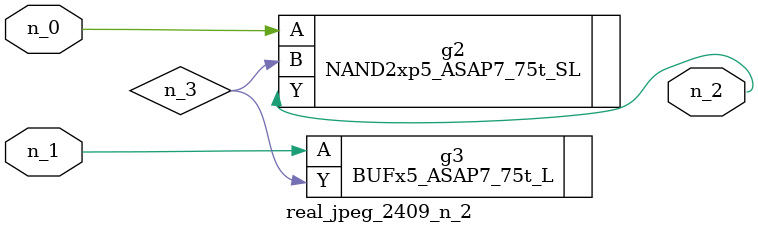
<source format=v>
module real_jpeg_2409_n_2 (n_1, n_0, n_2);

input n_1;
input n_0;

output n_2;

wire n_3;

NAND2xp5_ASAP7_75t_SL g2 ( 
.A(n_0),
.B(n_3),
.Y(n_2)
);

BUFx5_ASAP7_75t_L g3 ( 
.A(n_1),
.Y(n_3)
);


endmodule
</source>
